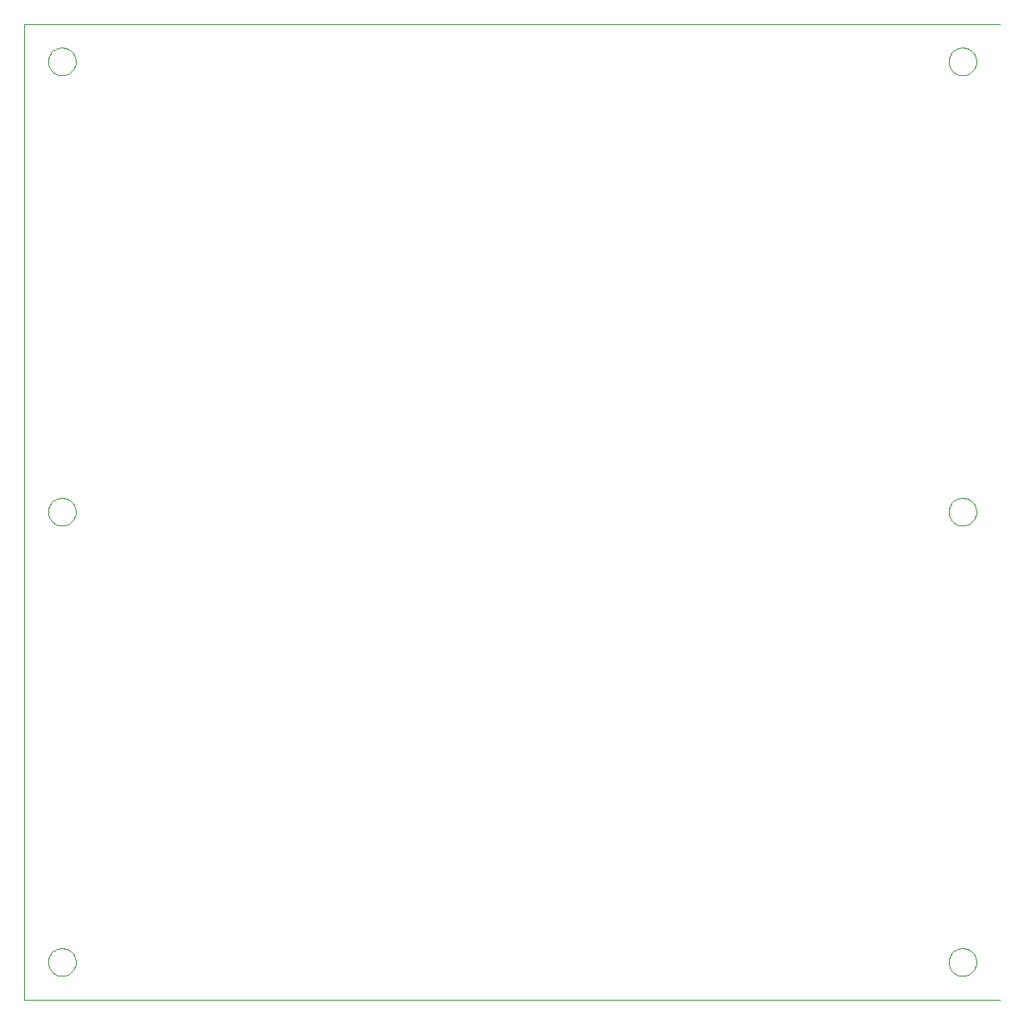
<source format=gbp>
G75*
%MOIN*%
%OFA0B0*%
%FSLAX24Y24*%
%IPPOS*%
%LPD*%
%AMOC8*
5,1,8,0,0,1.08239X$1,22.5*
%
%ADD10C,0.0000*%
D10*
X000180Y000180D02*
X000180Y039180D01*
X039180Y039180D01*
X037129Y037680D02*
X037131Y037727D01*
X037137Y037773D01*
X037147Y037819D01*
X037160Y037864D01*
X037178Y037907D01*
X037199Y037949D01*
X037223Y037989D01*
X037251Y038026D01*
X037282Y038061D01*
X037316Y038094D01*
X037352Y038123D01*
X037391Y038149D01*
X037432Y038172D01*
X037475Y038191D01*
X037519Y038207D01*
X037564Y038219D01*
X037610Y038227D01*
X037657Y038231D01*
X037703Y038231D01*
X037750Y038227D01*
X037796Y038219D01*
X037841Y038207D01*
X037885Y038191D01*
X037928Y038172D01*
X037969Y038149D01*
X038008Y038123D01*
X038044Y038094D01*
X038078Y038061D01*
X038109Y038026D01*
X038137Y037989D01*
X038161Y037949D01*
X038182Y037907D01*
X038200Y037864D01*
X038213Y037819D01*
X038223Y037773D01*
X038229Y037727D01*
X038231Y037680D01*
X038229Y037633D01*
X038223Y037587D01*
X038213Y037541D01*
X038200Y037496D01*
X038182Y037453D01*
X038161Y037411D01*
X038137Y037371D01*
X038109Y037334D01*
X038078Y037299D01*
X038044Y037266D01*
X038008Y037237D01*
X037969Y037211D01*
X037928Y037188D01*
X037885Y037169D01*
X037841Y037153D01*
X037796Y037141D01*
X037750Y037133D01*
X037703Y037129D01*
X037657Y037129D01*
X037610Y037133D01*
X037564Y037141D01*
X037519Y037153D01*
X037475Y037169D01*
X037432Y037188D01*
X037391Y037211D01*
X037352Y037237D01*
X037316Y037266D01*
X037282Y037299D01*
X037251Y037334D01*
X037223Y037371D01*
X037199Y037411D01*
X037178Y037453D01*
X037160Y037496D01*
X037147Y037541D01*
X037137Y037587D01*
X037131Y037633D01*
X037129Y037680D01*
X037129Y019680D02*
X037131Y019727D01*
X037137Y019773D01*
X037147Y019819D01*
X037160Y019864D01*
X037178Y019907D01*
X037199Y019949D01*
X037223Y019989D01*
X037251Y020026D01*
X037282Y020061D01*
X037316Y020094D01*
X037352Y020123D01*
X037391Y020149D01*
X037432Y020172D01*
X037475Y020191D01*
X037519Y020207D01*
X037564Y020219D01*
X037610Y020227D01*
X037657Y020231D01*
X037703Y020231D01*
X037750Y020227D01*
X037796Y020219D01*
X037841Y020207D01*
X037885Y020191D01*
X037928Y020172D01*
X037969Y020149D01*
X038008Y020123D01*
X038044Y020094D01*
X038078Y020061D01*
X038109Y020026D01*
X038137Y019989D01*
X038161Y019949D01*
X038182Y019907D01*
X038200Y019864D01*
X038213Y019819D01*
X038223Y019773D01*
X038229Y019727D01*
X038231Y019680D01*
X038229Y019633D01*
X038223Y019587D01*
X038213Y019541D01*
X038200Y019496D01*
X038182Y019453D01*
X038161Y019411D01*
X038137Y019371D01*
X038109Y019334D01*
X038078Y019299D01*
X038044Y019266D01*
X038008Y019237D01*
X037969Y019211D01*
X037928Y019188D01*
X037885Y019169D01*
X037841Y019153D01*
X037796Y019141D01*
X037750Y019133D01*
X037703Y019129D01*
X037657Y019129D01*
X037610Y019133D01*
X037564Y019141D01*
X037519Y019153D01*
X037475Y019169D01*
X037432Y019188D01*
X037391Y019211D01*
X037352Y019237D01*
X037316Y019266D01*
X037282Y019299D01*
X037251Y019334D01*
X037223Y019371D01*
X037199Y019411D01*
X037178Y019453D01*
X037160Y019496D01*
X037147Y019541D01*
X037137Y019587D01*
X037131Y019633D01*
X037129Y019680D01*
X037129Y001680D02*
X037131Y001727D01*
X037137Y001773D01*
X037147Y001819D01*
X037160Y001864D01*
X037178Y001907D01*
X037199Y001949D01*
X037223Y001989D01*
X037251Y002026D01*
X037282Y002061D01*
X037316Y002094D01*
X037352Y002123D01*
X037391Y002149D01*
X037432Y002172D01*
X037475Y002191D01*
X037519Y002207D01*
X037564Y002219D01*
X037610Y002227D01*
X037657Y002231D01*
X037703Y002231D01*
X037750Y002227D01*
X037796Y002219D01*
X037841Y002207D01*
X037885Y002191D01*
X037928Y002172D01*
X037969Y002149D01*
X038008Y002123D01*
X038044Y002094D01*
X038078Y002061D01*
X038109Y002026D01*
X038137Y001989D01*
X038161Y001949D01*
X038182Y001907D01*
X038200Y001864D01*
X038213Y001819D01*
X038223Y001773D01*
X038229Y001727D01*
X038231Y001680D01*
X038229Y001633D01*
X038223Y001587D01*
X038213Y001541D01*
X038200Y001496D01*
X038182Y001453D01*
X038161Y001411D01*
X038137Y001371D01*
X038109Y001334D01*
X038078Y001299D01*
X038044Y001266D01*
X038008Y001237D01*
X037969Y001211D01*
X037928Y001188D01*
X037885Y001169D01*
X037841Y001153D01*
X037796Y001141D01*
X037750Y001133D01*
X037703Y001129D01*
X037657Y001129D01*
X037610Y001133D01*
X037564Y001141D01*
X037519Y001153D01*
X037475Y001169D01*
X037432Y001188D01*
X037391Y001211D01*
X037352Y001237D01*
X037316Y001266D01*
X037282Y001299D01*
X037251Y001334D01*
X037223Y001371D01*
X037199Y001411D01*
X037178Y001453D01*
X037160Y001496D01*
X037147Y001541D01*
X037137Y001587D01*
X037131Y001633D01*
X037129Y001680D01*
X039180Y000180D02*
X000180Y000180D01*
X001129Y001680D02*
X001131Y001727D01*
X001137Y001773D01*
X001147Y001819D01*
X001160Y001864D01*
X001178Y001907D01*
X001199Y001949D01*
X001223Y001989D01*
X001251Y002026D01*
X001282Y002061D01*
X001316Y002094D01*
X001352Y002123D01*
X001391Y002149D01*
X001432Y002172D01*
X001475Y002191D01*
X001519Y002207D01*
X001564Y002219D01*
X001610Y002227D01*
X001657Y002231D01*
X001703Y002231D01*
X001750Y002227D01*
X001796Y002219D01*
X001841Y002207D01*
X001885Y002191D01*
X001928Y002172D01*
X001969Y002149D01*
X002008Y002123D01*
X002044Y002094D01*
X002078Y002061D01*
X002109Y002026D01*
X002137Y001989D01*
X002161Y001949D01*
X002182Y001907D01*
X002200Y001864D01*
X002213Y001819D01*
X002223Y001773D01*
X002229Y001727D01*
X002231Y001680D01*
X002229Y001633D01*
X002223Y001587D01*
X002213Y001541D01*
X002200Y001496D01*
X002182Y001453D01*
X002161Y001411D01*
X002137Y001371D01*
X002109Y001334D01*
X002078Y001299D01*
X002044Y001266D01*
X002008Y001237D01*
X001969Y001211D01*
X001928Y001188D01*
X001885Y001169D01*
X001841Y001153D01*
X001796Y001141D01*
X001750Y001133D01*
X001703Y001129D01*
X001657Y001129D01*
X001610Y001133D01*
X001564Y001141D01*
X001519Y001153D01*
X001475Y001169D01*
X001432Y001188D01*
X001391Y001211D01*
X001352Y001237D01*
X001316Y001266D01*
X001282Y001299D01*
X001251Y001334D01*
X001223Y001371D01*
X001199Y001411D01*
X001178Y001453D01*
X001160Y001496D01*
X001147Y001541D01*
X001137Y001587D01*
X001131Y001633D01*
X001129Y001680D01*
X001129Y019680D02*
X001131Y019727D01*
X001137Y019773D01*
X001147Y019819D01*
X001160Y019864D01*
X001178Y019907D01*
X001199Y019949D01*
X001223Y019989D01*
X001251Y020026D01*
X001282Y020061D01*
X001316Y020094D01*
X001352Y020123D01*
X001391Y020149D01*
X001432Y020172D01*
X001475Y020191D01*
X001519Y020207D01*
X001564Y020219D01*
X001610Y020227D01*
X001657Y020231D01*
X001703Y020231D01*
X001750Y020227D01*
X001796Y020219D01*
X001841Y020207D01*
X001885Y020191D01*
X001928Y020172D01*
X001969Y020149D01*
X002008Y020123D01*
X002044Y020094D01*
X002078Y020061D01*
X002109Y020026D01*
X002137Y019989D01*
X002161Y019949D01*
X002182Y019907D01*
X002200Y019864D01*
X002213Y019819D01*
X002223Y019773D01*
X002229Y019727D01*
X002231Y019680D01*
X002229Y019633D01*
X002223Y019587D01*
X002213Y019541D01*
X002200Y019496D01*
X002182Y019453D01*
X002161Y019411D01*
X002137Y019371D01*
X002109Y019334D01*
X002078Y019299D01*
X002044Y019266D01*
X002008Y019237D01*
X001969Y019211D01*
X001928Y019188D01*
X001885Y019169D01*
X001841Y019153D01*
X001796Y019141D01*
X001750Y019133D01*
X001703Y019129D01*
X001657Y019129D01*
X001610Y019133D01*
X001564Y019141D01*
X001519Y019153D01*
X001475Y019169D01*
X001432Y019188D01*
X001391Y019211D01*
X001352Y019237D01*
X001316Y019266D01*
X001282Y019299D01*
X001251Y019334D01*
X001223Y019371D01*
X001199Y019411D01*
X001178Y019453D01*
X001160Y019496D01*
X001147Y019541D01*
X001137Y019587D01*
X001131Y019633D01*
X001129Y019680D01*
X001129Y037680D02*
X001131Y037727D01*
X001137Y037773D01*
X001147Y037819D01*
X001160Y037864D01*
X001178Y037907D01*
X001199Y037949D01*
X001223Y037989D01*
X001251Y038026D01*
X001282Y038061D01*
X001316Y038094D01*
X001352Y038123D01*
X001391Y038149D01*
X001432Y038172D01*
X001475Y038191D01*
X001519Y038207D01*
X001564Y038219D01*
X001610Y038227D01*
X001657Y038231D01*
X001703Y038231D01*
X001750Y038227D01*
X001796Y038219D01*
X001841Y038207D01*
X001885Y038191D01*
X001928Y038172D01*
X001969Y038149D01*
X002008Y038123D01*
X002044Y038094D01*
X002078Y038061D01*
X002109Y038026D01*
X002137Y037989D01*
X002161Y037949D01*
X002182Y037907D01*
X002200Y037864D01*
X002213Y037819D01*
X002223Y037773D01*
X002229Y037727D01*
X002231Y037680D01*
X002229Y037633D01*
X002223Y037587D01*
X002213Y037541D01*
X002200Y037496D01*
X002182Y037453D01*
X002161Y037411D01*
X002137Y037371D01*
X002109Y037334D01*
X002078Y037299D01*
X002044Y037266D01*
X002008Y037237D01*
X001969Y037211D01*
X001928Y037188D01*
X001885Y037169D01*
X001841Y037153D01*
X001796Y037141D01*
X001750Y037133D01*
X001703Y037129D01*
X001657Y037129D01*
X001610Y037133D01*
X001564Y037141D01*
X001519Y037153D01*
X001475Y037169D01*
X001432Y037188D01*
X001391Y037211D01*
X001352Y037237D01*
X001316Y037266D01*
X001282Y037299D01*
X001251Y037334D01*
X001223Y037371D01*
X001199Y037411D01*
X001178Y037453D01*
X001160Y037496D01*
X001147Y037541D01*
X001137Y037587D01*
X001131Y037633D01*
X001129Y037680D01*
M02*

</source>
